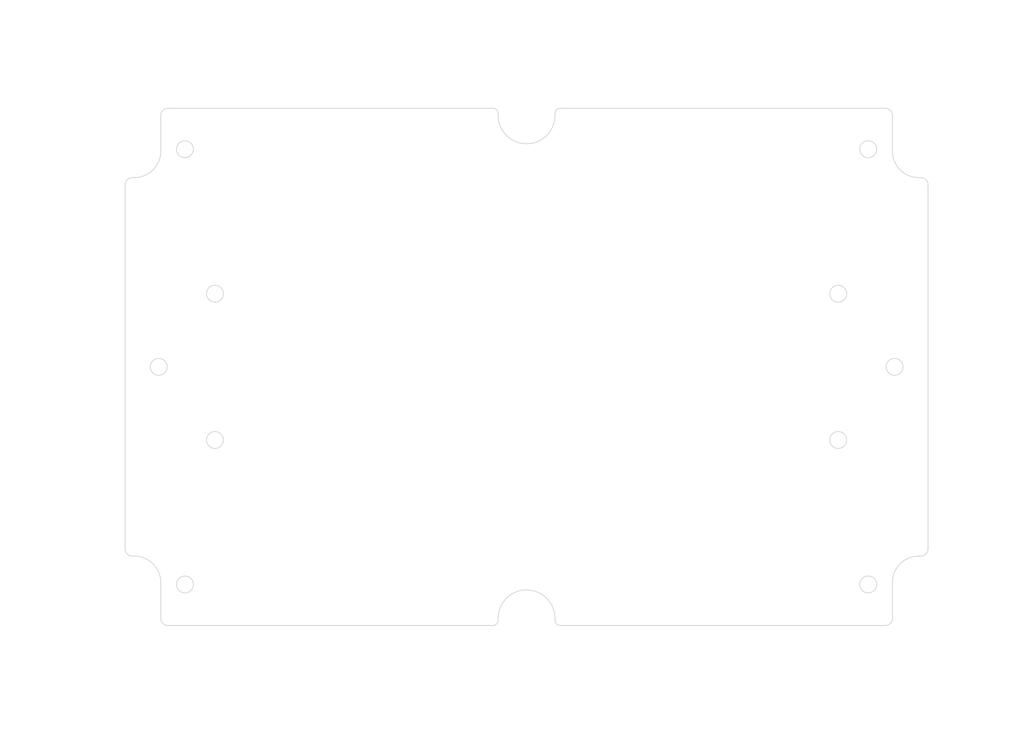
<source format=kicad_pcb>
(kicad_pcb (version 20171130) (host pcbnew "(5.1.0)-1")

  (general
    (thickness 1.6)
    (drawings 121)
    (tracks 0)
    (zones 0)
    (modules 0)
    (nets 1)
  )

  (page A3)
  (layers
    (0 F.Cu signal)
    (31 B.Cu signal)
    (32 B.Adhes user)
    (33 F.Adhes user)
    (34 B.Paste user)
    (35 F.Paste user)
    (36 B.SilkS user)
    (37 F.SilkS user)
    (38 B.Mask user)
    (39 F.Mask user)
    (40 Dwgs.User user)
    (41 Cmts.User user)
    (42 Eco1.User user)
    (43 Eco2.User user)
    (44 Edge.Cuts user)
    (45 Margin user)
    (46 B.CrtYd user)
    (47 F.CrtYd user)
    (48 B.Fab user)
    (49 F.Fab user)
  )

  (setup
    (last_trace_width 0.25)
    (trace_clearance 0.2)
    (zone_clearance 0.508)
    (zone_45_only no)
    (trace_min 0.2)
    (via_size 0.8)
    (via_drill 0.4)
    (via_min_size 0.4)
    (via_min_drill 0.3)
    (uvia_size 0.3)
    (uvia_drill 0.1)
    (uvias_allowed no)
    (uvia_min_size 0.2)
    (uvia_min_drill 0.1)
    (edge_width 0.05)
    (segment_width 0.2)
    (pcb_text_width 0.3)
    (pcb_text_size 1.5 1.5)
    (mod_edge_width 0.12)
    (mod_text_size 1 1)
    (mod_text_width 0.15)
    (pad_size 1.524 1.524)
    (pad_drill 0.762)
    (pad_to_mask_clearance 0.051)
    (solder_mask_min_width 0.25)
    (aux_axis_origin 0 0)
    (visible_elements FFFFFF7F)
    (pcbplotparams
      (layerselection 0x010fc_ffffffff)
      (usegerberextensions false)
      (usegerberattributes false)
      (usegerberadvancedattributes false)
      (creategerberjobfile false)
      (excludeedgelayer true)
      (linewidth 0.152400)
      (plotframeref false)
      (viasonmask false)
      (mode 1)
      (useauxorigin false)
      (hpglpennumber 1)
      (hpglpenspeed 20)
      (hpglpendiameter 15.000000)
      (psnegative false)
      (psa4output false)
      (plotreference true)
      (plotvalue true)
      (plotinvisibletext false)
      (padsonsilk false)
      (subtractmaskfromsilk false)
      (outputformat 1)
      (mirror false)
      (drillshape 1)
      (scaleselection 1)
      (outputdirectory ""))
  )

  (net 0 "")

  (net_class Default "This is the default net class."
    (clearance 0.2)
    (trace_width 0.25)
    (via_dia 0.8)
    (via_drill 0.4)
    (uvia_dia 0.3)
    (uvia_drill 0.1)
  )

  (gr_arc (start 326.282523 74.987656) (end 319.215233 74.987656) (angle -90) (layer Edge.Cuts) (width 0.2))
  (gr_line (start 326.282523 82.054946) (end 326.782523 82.054946) (layer Edge.Cuts) (width 0.2))
  (gr_arc (start 326.782523 83.987656) (end 328.715233 83.987656) (angle -90) (layer Edge.Cuts) (width 0.2))
  (gr_line (start 328.715233 83.987656) (end 328.715233 180.987656) (layer Edge.Cuts) (width 0.2))
  (gr_arc (start 326.782523 180.987656) (end 326.782523 182.920367) (angle -90) (layer Edge.Cuts) (width 0.2))
  (gr_line (start 326.782523 182.920367) (end 326.282523 182.920367) (layer Edge.Cuts) (width 0.2))
  (gr_arc (start 326.282523 189.987656) (end 326.282523 182.920367) (angle -90) (layer Edge.Cuts) (width 0.2))
  (gr_line (start 319.215233 189.987656) (end 319.215233 199.487656) (layer Edge.Cuts) (width 0.2))
  (gr_arc (start 317.282523 199.487656) (end 317.282523 201.420367) (angle -90) (layer Edge.Cuts) (width 0.2))
  (gr_line (start 317.282523 201.420367) (end 230.782523 201.420367) (layer Edge.Cuts) (width 0.2))
  (gr_arc (start 230.782523 199.987656) (end 229.349812 199.987656) (angle -90) (layer Edge.Cuts) (width 0.2))
  (gr_line (start 229.349812 199.987656) (end 229.349812 199.487656) (layer Edge.Cuts) (width 0.2))
  (gr_arc (start 221.782523 199.487656) (end 229.349812 199.487656) (angle -180) (layer Edge.Cuts) (width 0.2))
  (gr_line (start 214.215233 199.487656) (end 214.215233 199.987656) (layer Edge.Cuts) (width 0.2))
  (gr_arc (start 212.782523 199.987656) (end 212.782523 201.420367) (angle -90) (layer Edge.Cuts) (width 0.2))
  (gr_line (start 212.782523 201.420367) (end 126.282523 201.420367) (layer Edge.Cuts) (width 0.2))
  (gr_arc (start 126.282523 199.487656) (end 124.349812 199.487656) (angle -90) (layer Edge.Cuts) (width 0.2))
  (gr_line (start 124.349812 199.487656) (end 124.349812 189.987656) (layer Edge.Cuts) (width 0.2))
  (gr_arc (start 117.282523 189.987656) (end 124.349812 189.987656) (angle -90) (layer Edge.Cuts) (width 0.2))
  (gr_line (start 117.282523 182.920367) (end 116.782523 182.920367) (layer Edge.Cuts) (width 0.2))
  (gr_arc (start 116.782523 180.987656) (end 114.849812 180.987656) (angle -90) (layer Edge.Cuts) (width 0.2))
  (gr_line (start 114.849812 180.987656) (end 114.849812 83.987656) (layer Edge.Cuts) (width 0.2))
  (gr_arc (start 116.782523 83.987656) (end 116.782523 82.054946) (angle -90) (layer Edge.Cuts) (width 0.2))
  (gr_line (start 116.782523 82.054946) (end 117.282523 82.054946) (layer Edge.Cuts) (width 0.2))
  (gr_arc (start 117.282523 74.987656) (end 117.282523 82.054946) (angle -90) (layer Edge.Cuts) (width 0.2))
  (gr_line (start 124.349812 74.987656) (end 124.349812 65.487656) (layer Edge.Cuts) (width 0.2))
  (gr_arc (start 126.282523 65.487656) (end 126.282523 63.554946) (angle -90) (layer Edge.Cuts) (width 0.2))
  (gr_line (start 126.282523 63.554946) (end 212.782523 63.554946) (layer Edge.Cuts) (width 0.2))
  (gr_arc (start 212.782523 64.987656) (end 214.215233 64.987656) (angle -90) (layer Edge.Cuts) (width 0.2))
  (gr_line (start 214.215233 64.987656) (end 214.215233 65.487656) (layer Edge.Cuts) (width 0.2))
  (gr_arc (start 221.782523 65.487656) (end 214.215233 65.487656) (angle -180) (layer Edge.Cuts) (width 0.2))
  (gr_line (start 229.349812 65.487656) (end 229.349812 64.987656) (layer Edge.Cuts) (width 0.2))
  (gr_arc (start 230.782523 64.987656) (end 230.782523 63.554946) (angle -90) (layer Edge.Cuts) (width 0.2))
  (gr_line (start 230.782523 63.554946) (end 317.282523 63.554946) (layer Edge.Cuts) (width 0.2))
  (gr_arc (start 317.282523 65.487656) (end 319.215233 65.487656) (angle -90) (layer Edge.Cuts) (width 0.2))
  (gr_line (start 319.215233 65.487656) (end 319.215233 74.987656) (layer Edge.Cuts) (width 0.2))
  (gr_circle (center 130.782523 74.487656) (end 133.032523 74.487656) (layer Edge.Cuts) (width 0.2))
  (gr_circle (center 123.782523 132.487656) (end 126.032523 132.487656) (layer Edge.Cuts) (width 0.2))
  (gr_circle (center 130.782523 190.487656) (end 133.032523 190.487656) (layer Edge.Cuts) (width 0.2))
  (gr_circle (center 304.782523 151.987656) (end 307.032523 151.987656) (layer Edge.Cuts) (width 0.2))
  (gr_circle (center 304.782523 112.987656) (end 307.032523 112.987656) (layer Edge.Cuts) (width 0.2))
  (gr_circle (center 312.782523 74.487656) (end 315.032523 74.487656) (layer Edge.Cuts) (width 0.2))
  (gr_circle (center 319.782523 132.487656) (end 322.032523 132.487656) (layer Edge.Cuts) (width 0.2))
  (gr_circle (center 312.782523 190.487656) (end 315.032523 190.487656) (layer Edge.Cuts) (width 0.2))
  (gr_circle (center 138.782523 151.987656) (end 141.032523 151.987656) (layer Edge.Cuts) (width 0.2))
  (gr_circle (center 138.782523 112.987656) (end 141.032523 112.987656) (layer Edge.Cuts) (width 0.2))
  (gr_text [R0.28] (at 336.464312 196.48754) (layer Dwgs.User)
    (effects (font (size 1.7 1.53) (thickness 0.2125)))
  )
  (gr_text " R7.07" (at 336.464312 192.930105) (layer Dwgs.User)
    (effects (font (size 1.7 1.53) (thickness 0.2125)))
  )
  (gr_line (start 329.993541 194.598079) (end 323.105186 186.040258) (layer Dwgs.User) (width 0.2))
  (gr_line (start 331.993541 194.598079) (end 329.993541 194.598079) (layer Dwgs.User) (width 0.2))
  (gr_line (start 312.782523 190.577656) (end 312.782523 190.397656) (layer Dwgs.User) (width 0.2))
  (gr_line (start 312.692523 190.487656) (end 312.872523 190.487656) (layer Dwgs.User) (width 0.2))
  (gr_text " ∅4.50\n[∅0.18]" (at 327.64112 200.499986) (layer Dwgs.User)
    (effects (font (size 1.7 1.53) (thickness 0.2125)))
  )
  (gr_line (start 321.104251 200.499986) (end 315.499089 193.756107) (layer Dwgs.User) (width 0.2))
  (gr_line (start 323.104251 200.499986) (end 321.104251 200.499986) (layer Dwgs.User) (width 0.2))
  (gr_text [1.54] (at 339.481079 134.377117) (layer Dwgs.User)
    (effects (font (size 1.7 1.53) (thickness 0.2125)))
  )
  (gr_text " 39.00" (at 339.481079 130.819102) (layer Dwgs.User)
    (effects (font (size 1.7 1.53) (thickness 0.2125)))
  )
  (gr_line (start 339.481079 149.987656) (end 339.481079 136.045671) (layer Dwgs.User) (width 0.2))
  (gr_line (start 339.481079 114.987656) (end 339.481079 128.929641) (layer Dwgs.User) (width 0.2))
  (gr_line (start 305.782523 151.987656) (end 342.656079 151.987656) (layer Dwgs.User) (width 0.2))
  (gr_line (start 305.782523 112.987656) (end 342.656079 112.987656) (layer Dwgs.User) (width 0.2))
  (gr_text [4.57] (at 349.540043 134.373638) (layer Dwgs.User)
    (effects (font (size 1.7 1.53) (thickness 0.2125)))
  )
  (gr_text " 116.00" (at 349.540043 130.819682) (layer Dwgs.User)
    (effects (font (size 1.7 1.53) (thickness 0.2125)))
  )
  (gr_line (start 349.540043 188.487656) (end 349.540043 136.041613) (layer Dwgs.User) (width 0.2))
  (gr_line (start 349.540043 76.487656) (end 349.540043 128.9337) (layer Dwgs.User) (width 0.2))
  (gr_line (start 313.782523 190.487656) (end 352.715043 190.487656) (layer Dwgs.User) (width 0.2))
  (gr_line (start 313.782523 74.487656) (end 352.715043 74.487656) (layer Dwgs.User) (width 0.2))
  (gr_text [6.54] (at 221.782523 213.379763) (layer Dwgs.User)
    (effects (font (size 1.7 1.53) (thickness 0.2125)))
  )
  (gr_text " 166.00" (at 221.782523 209.822328) (layer Dwgs.User)
    (effects (font (size 1.7 1.53) (thickness 0.2125)))
  )
  (gr_line (start 140.782523 211.490302) (end 217.077509 211.490302) (layer Dwgs.User) (width 0.2))
  (gr_line (start 302.782523 211.490302) (end 226.487537 211.490302) (layer Dwgs.User) (width 0.2))
  (gr_line (start 138.782523 152.987656) (end 138.782523 214.665302) (layer Dwgs.User) (width 0.2))
  (gr_line (start 304.782523 152.987656) (end 304.782523 214.665302) (layer Dwgs.User) (width 0.2))
  (gr_text [7.17] (at 221.782523 222.071958) (layer Dwgs.User)
    (effects (font (size 1.7 1.53) (thickness 0.2125)))
  )
  (gr_text " 182.00" (at 221.782523 218.514523) (layer Dwgs.User)
    (effects (font (size 1.7 1.53) (thickness 0.2125)))
  )
  (gr_line (start 310.782523 220.182497) (end 226.487537 220.182497) (layer Dwgs.User) (width 0.2))
  (gr_line (start 132.782523 220.182497) (end 217.077509 220.182497) (layer Dwgs.User) (width 0.2))
  (gr_line (start 312.782523 191.487656) (end 312.782523 223.357497) (layer Dwgs.User) (width 0.2))
  (gr_line (start 130.782523 191.487656) (end 130.782523 223.357497) (layer Dwgs.User) (width 0.2))
  (gr_text [7.72] (at 221.782523 230.039585) (layer Dwgs.User)
    (effects (font (size 1.7 1.53) (thickness 0.2125)))
  )
  (gr_text " 196.00" (at 221.782523 226.48215) (layer Dwgs.User)
    (effects (font (size 1.7 1.53) (thickness 0.2125)))
  )
  (gr_line (start 317.782523 228.150124) (end 226.487537 228.150124) (layer Dwgs.User) (width 0.2))
  (gr_line (start 125.782523 228.150124) (end 217.077509 228.150124) (layer Dwgs.User) (width 0.2))
  (gr_line (start 319.782523 133.487656) (end 319.782523 231.325124) (layer Dwgs.User) (width 0.2))
  (gr_line (start 123.782523 133.487656) (end 123.782523 231.325124) (layer Dwgs.User) (width 0.2))
  (gr_text [.60] (at 221.782523 60.621787) (layer Dwgs.User)
    (effects (font (size 1.7 1.53) (thickness 0.2125)))
  )
  (gr_text " 15.13" (at 221.782523 57.063772) (layer Dwgs.User)
    (effects (font (size 1.7 1.53) (thickness 0.2125)))
  )
  (gr_line (start 216.215233 58.732326) (end 217.735012 58.732326) (layer Dwgs.User) (width 0.2))
  (gr_line (start 227.349812 58.732326) (end 225.830033 58.732326) (layer Dwgs.User) (width 0.2))
  (gr_line (start 214.215233 63.987656) (end 214.215233 55.557326) (layer Dwgs.User) (width 0.2))
  (gr_line (start 229.349812 63.987656) (end 229.349812 55.557326) (layer Dwgs.User) (width 0.2))
  (gr_text [.37] (at 242.678925 59.472074) (layer Dwgs.User)
    (effects (font (size 1.7 1.53) (thickness 0.2125)))
  )
  (gr_text " 9.50" (at 242.678925 55.914639) (layer Dwgs.User)
    (effects (font (size 1.7 1.53) (thickness 0.2125)))
  )
  (gr_line (start 237.294716 57.582613) (end 239.294716 57.582613) (layer Dwgs.User) (width 0.2))
  (gr_line (start 237.294716 63.554946) (end 237.294716 57.582613) (layer Dwgs.User) (width 0.2))
  (gr_line (start 237.294716 71.054946) (end 237.294716 65.554946) (layer Dwgs.User) (width 0.2))
  (gr_line (start 222.782523 73.054946) (end 240.469716 73.054946) (layer Dwgs.User) (width 0.2))
  (gr_text [3.97] (at 100.572431 134.377117) (layer Dwgs.User)
    (effects (font (size 1.7 1.53) (thickness 0.2125)))
  )
  (gr_text " 100.87" (at 100.572431 130.819682) (layer Dwgs.User)
    (effects (font (size 1.7 1.53) (thickness 0.2125)))
  )
  (gr_line (start 100.572431 84.054946) (end 100.572431 128.930221) (layer Dwgs.User) (width 0.2))
  (gr_line (start 100.572431 180.920367) (end 100.572431 136.045091) (layer Dwgs.User) (width 0.2))
  (gr_line (start 115.782523 82.054946) (end 97.397431 82.054946) (layer Dwgs.User) (width 0.2))
  (gr_line (start 115.782523 182.920367) (end 97.397431 182.920367) (layer Dwgs.User) (width 0.2))
  (gr_text [5.43] (at 86.282523 134.377117) (layer Dwgs.User)
    (effects (font (size 1.7 1.53) (thickness 0.2125)))
  )
  (gr_text " 137.87" (at 86.282523 130.819102) (layer Dwgs.User)
    (effects (font (size 1.7 1.53) (thickness 0.2125)))
  )
  (gr_line (start 86.282523 199.420367) (end 86.282523 136.045671) (layer Dwgs.User) (width 0.2))
  (gr_line (start 86.282523 65.554946) (end 86.282523 128.929641) (layer Dwgs.User) (width 0.2))
  (gr_line (start 125.282523 201.420367) (end 83.107523 201.420367) (layer Dwgs.User) (width 0.2))
  (gr_line (start 125.282523 63.554946) (end 83.107523 63.554946) (layer Dwgs.User) (width 0.2))
  (gr_text [7.67] (at 221.782523 50.446269) (layer Dwgs.User)
    (effects (font (size 1.7 1.53) (thickness 0.2125)))
  )
  (gr_text " 194.87" (at 221.782523 46.888834) (layer Dwgs.User)
    (effects (font (size 1.7 1.53) (thickness 0.2125)))
  )
  (gr_line (start 317.215233 48.556808) (end 226.490436 48.556808) (layer Dwgs.User) (width 0.2))
  (gr_line (start 126.349812 48.556808) (end 217.07461 48.556808) (layer Dwgs.User) (width 0.2))
  (gr_line (start 319.215233 64.487656) (end 319.215233 45.381808) (layer Dwgs.User) (width 0.2))
  (gr_line (start 124.349812 64.487656) (end 124.349812 45.381808) (layer Dwgs.User) (width 0.2))
  (gr_text [8.42] (at 221.782523 39.877117) (layer Dwgs.User)
    (effects (font (size 1.7 1.53) (thickness 0.2125)))
  )
  (gr_text " 213.87" (at 221.782523 36.319102) (layer Dwgs.User)
    (effects (font (size 1.7 1.53) (thickness 0.2125)))
  )
  (gr_line (start 326.715233 37.987656) (end 226.490436 37.987656) (layer Dwgs.User) (width 0.2))
  (gr_line (start 116.849812 37.987656) (end 217.07461 37.987656) (layer Dwgs.User) (width 0.2))
  (gr_line (start 328.715233 82.987656) (end 328.715233 34.812656) (layer Dwgs.User) (width 0.2))
  (gr_line (start 114.849812 82.987656) (end 114.849812 34.812656) (layer Dwgs.User) (width 0.2))

)

</source>
